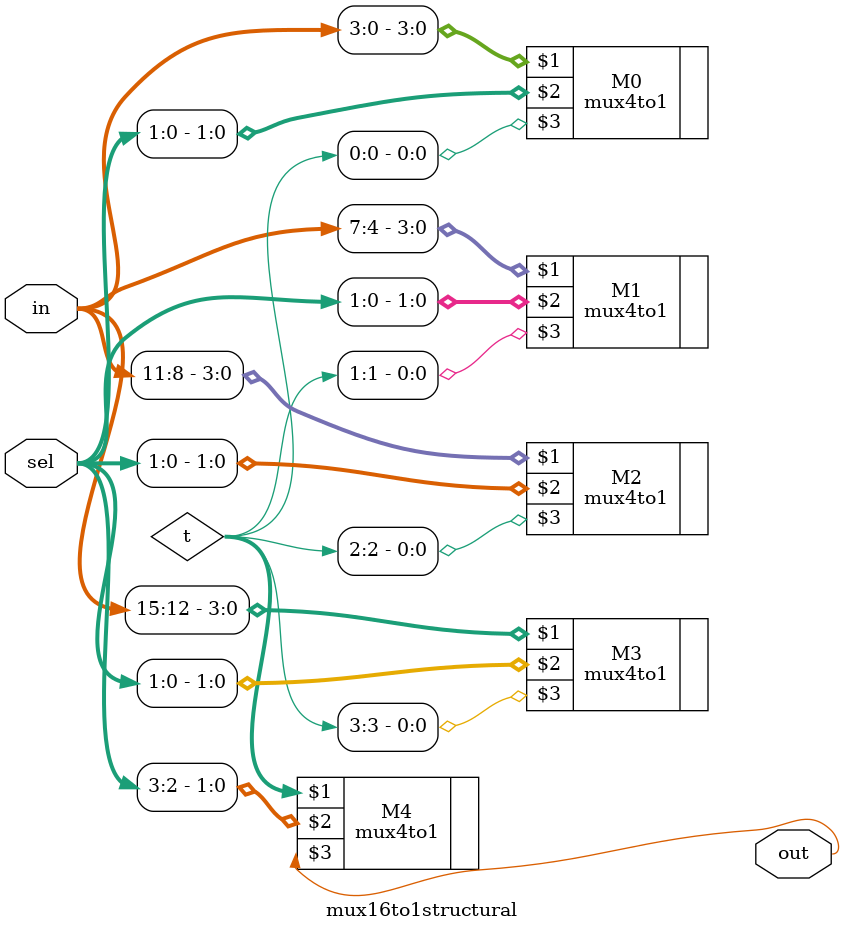
<source format=v>
`timescale 1ns / 1ps


module mux16to1structural(in,sel,out);
input [15:0]in;
input [3:0]sel;
output out;
wire [3:0]t;
mux4to1 M0(in[3:0],sel[1:0],t[0]);
mux4to1 M1(in[7:4],sel[1:0],t[1]);
mux4to1 M2(in[11:8],sel[1:0],t[2]);
mux4to1 M3(in[15:12],sel[1:0],t[3]);
mux4to1 M4(t,sel[3:2],out);



endmodule

</source>
